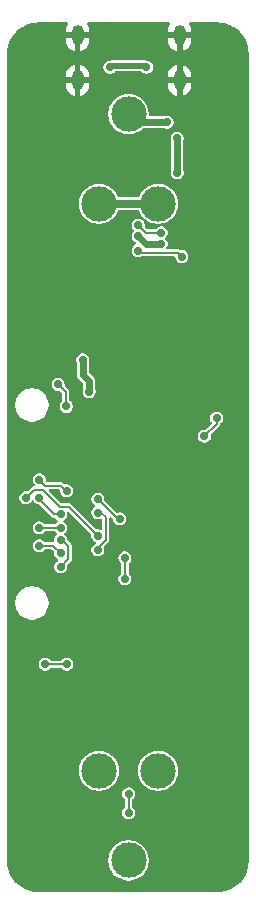
<source format=gbr>
%TF.GenerationSoftware,KiCad,Pcbnew,9.0.3*%
%TF.CreationDate,2025-11-14T23:12:01-05:00*%
%TF.ProjectId,Photon,50686f74-6f6e-42e6-9b69-6361645f7063,1.3*%
%TF.SameCoordinates,Original*%
%TF.FileFunction,Copper,L2,Bot*%
%TF.FilePolarity,Positive*%
%FSLAX46Y46*%
G04 Gerber Fmt 4.6, Leading zero omitted, Abs format (unit mm)*
G04 Created by KiCad (PCBNEW 9.0.3) date 2025-11-14 23:12:01*
%MOMM*%
%LPD*%
G01*
G04 APERTURE LIST*
%TA.AperFunction,ComponentPad*%
%ADD10C,3.000000*%
%TD*%
%TA.AperFunction,HeatsinkPad*%
%ADD11O,1.000000X1.700000*%
%TD*%
%TA.AperFunction,ViaPad*%
%ADD12C,0.700000*%
%TD*%
%TA.AperFunction,Conductor*%
%ADD13C,0.600000*%
%TD*%
%TA.AperFunction,Conductor*%
%ADD14C,0.200000*%
%TD*%
%TA.AperFunction,Conductor*%
%ADD15C,0.500000*%
%TD*%
%TA.AperFunction,Conductor*%
%ADD16C,0.700000*%
%TD*%
G04 APERTURE END LIST*
D10*
%TO.P,BT1,2,-*%
%TO.N,/Bat-*%
X52878800Y-91668000D03*
X50378800Y-84068000D03*
X55378800Y-84068000D03*
%TO.P,BT1,1,+*%
%TO.N,/Bat+*%
X50378800Y-36068000D03*
X55378800Y-36068000D03*
X52878800Y-28468000D03*
%TD*%
D11*
%TO.P,J1,S1,SHIELD*%
%TO.N,GND*%
X57198800Y-25606000D03*
X57198800Y-21806000D03*
X48558800Y-25606000D03*
X48558800Y-21806000D03*
%TD*%
D12*
%TO.N,GND*%
X50292000Y-66675000D03*
X43628000Y-31974500D03*
X55626000Y-24526000D03*
X52705000Y-55880000D03*
X56388000Y-59994800D03*
X60579000Y-33629600D03*
X43434000Y-66548000D03*
X47892500Y-78994000D03*
X43688000Y-23114000D03*
X50128800Y-24526000D03*
X48006000Y-32549400D03*
X43688000Y-24892000D03*
X58369200Y-59842400D03*
X46863000Y-38862000D03*
X45085000Y-38852000D03*
X52878800Y-82296000D03*
X43628000Y-30220500D03*
X52324000Y-77978000D03*
X47062428Y-45820724D03*
X47955200Y-81546200D03*
X56134000Y-80772000D03*
X56763500Y-85902800D03*
%TO.N,/SCK*%
X45328000Y-63500000D03*
X47128000Y-63500000D03*
%TO.N,/LED2_EN*%
X47639116Y-75057000D03*
X47128000Y-66802000D03*
X47128000Y-64516000D03*
X45836000Y-75057000D03*
%TO.N,/LED1_EN*%
X47610000Y-53230792D03*
X50292000Y-62215000D03*
X50292000Y-65374000D03*
X46925103Y-51370103D03*
%TO.N,/MOSI*%
X45328000Y-59436000D03*
X52115428Y-62753196D03*
X47640000Y-60373380D03*
X50292000Y-61087000D03*
%TO.N,+3V3*%
X45328000Y-65024000D03*
X47128000Y-65657603D03*
%TO.N,PACK_SAFE*%
X53710800Y-38825589D03*
X55633920Y-39474680D03*
X49537620Y-51965620D03*
X49022000Y-49273206D03*
%TO.N,/RESET*%
X45328000Y-60960000D03*
X47128000Y-62372000D03*
%TO.N,5V*%
X54398800Y-24526000D03*
X51308000Y-24526000D03*
%TO.N,/BUCK_EN*%
X60330460Y-54223541D03*
X55633920Y-38522187D03*
X53710800Y-37896800D03*
X59305800Y-55750334D03*
%TO.N,/VM*%
X52878800Y-86030000D03*
X52878800Y-87630000D03*
%TO.N,/Bat+*%
X56997600Y-30530800D03*
X56997600Y-33439800D03*
X56153800Y-29159400D03*
%TO.N,/MISO_BTN*%
X44196000Y-60960000D03*
X52578000Y-66040000D03*
X52566464Y-67837827D03*
X50292000Y-64184000D03*
%TO.N,/BAT_DSBL*%
X57404000Y-40538400D03*
X53710800Y-40030400D03*
%TD*%
D13*
%TO.N,/Bat+*%
X56997600Y-30530800D02*
X56997600Y-33439800D01*
D14*
%TO.N,/SCK*%
X47128000Y-63500000D02*
X45328000Y-63500000D01*
%TO.N,/LED2_EN*%
X47128000Y-66802000D02*
X47788702Y-66141298D01*
X47788702Y-66141298D02*
X47788702Y-65060702D01*
X47244000Y-64516000D02*
X47128000Y-64516000D01*
X47639116Y-74930000D02*
X47639116Y-74806000D01*
X47788702Y-65060702D02*
X47244000Y-64516000D01*
X47639116Y-75057000D02*
X45836000Y-75057000D01*
%TO.N,/LED1_EN*%
X50292000Y-62215000D02*
X50531000Y-62215000D01*
X50428762Y-65237238D02*
X50292000Y-65374000D01*
X47565795Y-52010795D02*
X47565795Y-53186587D01*
X50428762Y-65024618D02*
X50428762Y-65237238D01*
X50531000Y-62215000D02*
X50942096Y-62626096D01*
X50942096Y-62626096D02*
X50942096Y-64511284D01*
X47565795Y-53186587D02*
X47610000Y-53230792D01*
X50942096Y-64511284D02*
X50428762Y-65024618D01*
X46925103Y-51370103D02*
X47565795Y-52010795D01*
%TO.N,/MOSI*%
X47147240Y-59944000D02*
X47576620Y-60373380D01*
X51956180Y-62753196D02*
X52115428Y-62753196D01*
X47576620Y-60373380D02*
X47640000Y-60373380D01*
X50292000Y-61087000D02*
X50292000Y-61089016D01*
X50292000Y-61089016D02*
X51956180Y-62753196D01*
X45328000Y-59436000D02*
X45836000Y-59944000D01*
X45836000Y-59944000D02*
X47147240Y-59944000D01*
%TO.N,+3V3*%
X46494397Y-65024000D02*
X45328000Y-65024000D01*
X47128000Y-65657603D02*
X46494397Y-65024000D01*
D13*
%TO.N,PACK_SAFE*%
X49530000Y-51958000D02*
X49537620Y-51965620D01*
X49530000Y-51039000D02*
X49530000Y-51958000D01*
X55633920Y-39474680D02*
X54359891Y-39474680D01*
X49022000Y-50531000D02*
X49530000Y-51039000D01*
X49022000Y-49273206D02*
X49022000Y-50531000D01*
X54359891Y-39474680D02*
X53710800Y-38825589D01*
D14*
%TO.N,/RESET*%
X45328000Y-61097400D02*
X46602600Y-62372000D01*
X45212000Y-61097400D02*
X45328000Y-61097400D01*
X46602600Y-62372000D02*
X47128000Y-62372000D01*
D15*
%TO.N,5V*%
X51450000Y-24384000D02*
X51308000Y-24526000D01*
X54398800Y-24526000D02*
X54256800Y-24384000D01*
X54256800Y-24384000D02*
X51450000Y-24384000D01*
D14*
%TO.N,/BUCK_EN*%
X59305800Y-55750334D02*
X60330460Y-54725674D01*
X60330460Y-54725674D02*
X60330460Y-54223541D01*
X54336187Y-38522187D02*
X55676800Y-38522187D01*
X53710800Y-37896800D02*
X54336187Y-38522187D01*
%TO.N,/VM*%
X52878800Y-86030000D02*
X52878800Y-87630000D01*
D16*
%TO.N,/Bat+*%
X50378800Y-36068000D02*
X55378800Y-36068000D01*
D13*
X56153800Y-29159400D02*
X53570200Y-29159400D01*
X53570200Y-29159400D02*
X52878800Y-28468000D01*
D14*
%TO.N,/MISO_BTN*%
X47043980Y-61722000D02*
X47830000Y-61722000D01*
X45616779Y-60294799D02*
X47043980Y-61722000D01*
X44861201Y-60294799D02*
X45616779Y-60294799D01*
X44196000Y-60960000D02*
X44861201Y-60294799D01*
X52566464Y-67837827D02*
X52578000Y-67826291D01*
X52578000Y-67826291D02*
X52578000Y-66040000D01*
X47830000Y-61722000D02*
X50292000Y-64184000D01*
%TO.N,/BAT_DSBL*%
X57099200Y-40233600D02*
X53914000Y-40233600D01*
X57404000Y-40538400D02*
X57099200Y-40233600D01*
X53914000Y-40233600D02*
X53710800Y-40030400D01*
%TD*%
%TA.AperFunction,Conductor*%
%TO.N,GND*%
G36*
X47720530Y-20739407D02*
G01*
X47756494Y-20788907D01*
X47756494Y-20850093D01*
X47744654Y-20874502D01*
X47672614Y-20982314D01*
X47672608Y-20982326D01*
X47597229Y-21164309D01*
X47597229Y-21164311D01*
X47558800Y-21357506D01*
X47558800Y-21555999D01*
X47558801Y-21556000D01*
X48308800Y-21556000D01*
X48308800Y-22056001D01*
X48308799Y-22056000D01*
X47558801Y-22056000D01*
X47558800Y-22056001D01*
X47558800Y-22254493D01*
X47597229Y-22447688D01*
X47597229Y-22447690D01*
X47672608Y-22629673D01*
X47672614Y-22629685D01*
X47782049Y-22793462D01*
X47782052Y-22793466D01*
X47921333Y-22932747D01*
X47921337Y-22932750D01*
X48085114Y-23042185D01*
X48085126Y-23042191D01*
X48267104Y-23117568D01*
X48267115Y-23117571D01*
X48308800Y-23125862D01*
X48308800Y-22205728D01*
X48346860Y-22297614D01*
X48417186Y-22367940D01*
X48509072Y-22406000D01*
X48608528Y-22406000D01*
X48700414Y-22367940D01*
X48770740Y-22297614D01*
X48808800Y-22205728D01*
X48808800Y-23125861D01*
X48850484Y-23117571D01*
X48850495Y-23117568D01*
X49032473Y-23042191D01*
X49032485Y-23042185D01*
X49196262Y-22932750D01*
X49196266Y-22932747D01*
X49335547Y-22793466D01*
X49335550Y-22793462D01*
X49444985Y-22629685D01*
X49444991Y-22629673D01*
X49520370Y-22447690D01*
X49520370Y-22447688D01*
X49558799Y-22254493D01*
X49558800Y-22254490D01*
X49558800Y-22056001D01*
X49558799Y-22056000D01*
X48808801Y-22056000D01*
X48808800Y-22056001D01*
X48808800Y-21556000D01*
X49558799Y-21556000D01*
X49558800Y-21555999D01*
X49558800Y-21357509D01*
X49558799Y-21357506D01*
X49520370Y-21164311D01*
X49520370Y-21164309D01*
X49444991Y-20982326D01*
X49444985Y-20982314D01*
X49372946Y-20874502D01*
X49356337Y-20815614D01*
X49377514Y-20758210D01*
X49428388Y-20724217D01*
X49455261Y-20720500D01*
X56302339Y-20720500D01*
X56360530Y-20739407D01*
X56396494Y-20788907D01*
X56396494Y-20850093D01*
X56384654Y-20874502D01*
X56312614Y-20982314D01*
X56312608Y-20982326D01*
X56237229Y-21164309D01*
X56237229Y-21164311D01*
X56198800Y-21357506D01*
X56198800Y-21555999D01*
X56198801Y-21556000D01*
X56948800Y-21556000D01*
X56948800Y-22056001D01*
X56948799Y-22056000D01*
X56198801Y-22056000D01*
X56198800Y-22056001D01*
X56198800Y-22254493D01*
X56237229Y-22447688D01*
X56237229Y-22447690D01*
X56312608Y-22629673D01*
X56312614Y-22629685D01*
X56422049Y-22793462D01*
X56422052Y-22793466D01*
X56561333Y-22932747D01*
X56561337Y-22932750D01*
X56725114Y-23042185D01*
X56725126Y-23042191D01*
X56907104Y-23117568D01*
X56907115Y-23117571D01*
X56948800Y-23125862D01*
X56948800Y-22205728D01*
X56986860Y-22297614D01*
X57057186Y-22367940D01*
X57149072Y-22406000D01*
X57248528Y-22406000D01*
X57340414Y-22367940D01*
X57410740Y-22297614D01*
X57448800Y-22205728D01*
X57448800Y-23125861D01*
X57490484Y-23117571D01*
X57490495Y-23117568D01*
X57672473Y-23042191D01*
X57672485Y-23042185D01*
X57836262Y-22932750D01*
X57836266Y-22932747D01*
X57975547Y-22793466D01*
X57975550Y-22793462D01*
X58084985Y-22629685D01*
X58084991Y-22629673D01*
X58160370Y-22447690D01*
X58160370Y-22447688D01*
X58198799Y-22254493D01*
X58198800Y-22254490D01*
X58198800Y-22056001D01*
X58198799Y-22056000D01*
X57448801Y-22056000D01*
X57448800Y-22056001D01*
X57448800Y-21556000D01*
X58198799Y-21556000D01*
X58198800Y-21555999D01*
X58198800Y-21357509D01*
X58198799Y-21357506D01*
X58160370Y-21164311D01*
X58160370Y-21164309D01*
X58084991Y-20982326D01*
X58084985Y-20982314D01*
X58012946Y-20874502D01*
X57996337Y-20815614D01*
X58017514Y-20758210D01*
X58068388Y-20724217D01*
X58095261Y-20720500D01*
X60394417Y-20720500D01*
X60449227Y-20720500D01*
X60454777Y-20720655D01*
X60737503Y-20736533D01*
X60748530Y-20737775D01*
X61024972Y-20784745D01*
X61035766Y-20787208D01*
X61305223Y-20864837D01*
X61315694Y-20868501D01*
X61421151Y-20912183D01*
X61574746Y-20975804D01*
X61584748Y-20980621D01*
X61830148Y-21116249D01*
X61839548Y-21122155D01*
X62068232Y-21284415D01*
X62076904Y-21291331D01*
X62285986Y-21478178D01*
X62293821Y-21486013D01*
X62480666Y-21695092D01*
X62487584Y-21703767D01*
X62649844Y-21932451D01*
X62655750Y-21941851D01*
X62791378Y-22187251D01*
X62796195Y-22197253D01*
X62903496Y-22456301D01*
X62907163Y-22466780D01*
X62984787Y-22736218D01*
X62987257Y-22747042D01*
X63034223Y-23023467D01*
X63035466Y-23034499D01*
X63051344Y-23317222D01*
X63051500Y-23322773D01*
X63051500Y-91739226D01*
X63051344Y-91744777D01*
X63035466Y-92027500D01*
X63034223Y-92038532D01*
X62987257Y-92314957D01*
X62984787Y-92325781D01*
X62907163Y-92595219D01*
X62903496Y-92605698D01*
X62796195Y-92864746D01*
X62791378Y-92874748D01*
X62655750Y-93120148D01*
X62649844Y-93129548D01*
X62487584Y-93358232D01*
X62480662Y-93366912D01*
X62293829Y-93575978D01*
X62285978Y-93583829D01*
X62076912Y-93770662D01*
X62068232Y-93777584D01*
X61839548Y-93939844D01*
X61830148Y-93945750D01*
X61584748Y-94081378D01*
X61574746Y-94086195D01*
X61315698Y-94193496D01*
X61305219Y-94197163D01*
X61035781Y-94274787D01*
X61024957Y-94277257D01*
X60748532Y-94324223D01*
X60737500Y-94325466D01*
X60454796Y-94341343D01*
X60449245Y-94341499D01*
X45214773Y-94341499D01*
X45209222Y-94341343D01*
X44926499Y-94325465D01*
X44915467Y-94324222D01*
X44639042Y-94277256D01*
X44628218Y-94274786D01*
X44358780Y-94197162D01*
X44348301Y-94193495D01*
X44089254Y-94086194D01*
X44079252Y-94081377D01*
X43833849Y-93945748D01*
X43824448Y-93939841D01*
X43595769Y-93777584D01*
X43587098Y-93770669D01*
X43378014Y-93583820D01*
X43370179Y-93575985D01*
X43183328Y-93366899D01*
X43176415Y-93358230D01*
X43014158Y-93129551D01*
X43008251Y-93120150D01*
X42872622Y-92874747D01*
X42867805Y-92864745D01*
X42767804Y-92623322D01*
X42760502Y-92605694D01*
X42756837Y-92595219D01*
X42706855Y-92421727D01*
X42679209Y-92325766D01*
X42676746Y-92314972D01*
X42629776Y-92038528D01*
X42628534Y-92027501D01*
X42612656Y-91744750D01*
X42612500Y-91739199D01*
X42612500Y-91556542D01*
X51178300Y-91556542D01*
X51178300Y-91779457D01*
X51207395Y-92000455D01*
X51207395Y-92000460D01*
X51265090Y-92215782D01*
X51350392Y-92421722D01*
X51350395Y-92421727D01*
X51450562Y-92595219D01*
X51461852Y-92614774D01*
X51597553Y-92791624D01*
X51755176Y-92949247D01*
X51932026Y-93084948D01*
X51932028Y-93084949D01*
X52125072Y-93196404D01*
X52125077Y-93196407D01*
X52292979Y-93265953D01*
X52331019Y-93281710D01*
X52546337Y-93339404D01*
X52767343Y-93368500D01*
X52767344Y-93368500D01*
X52990256Y-93368500D01*
X52990257Y-93368500D01*
X53211263Y-93339404D01*
X53426581Y-93281710D01*
X53556447Y-93227917D01*
X53632522Y-93196407D01*
X53632523Y-93196405D01*
X53632526Y-93196405D01*
X53825574Y-93084948D01*
X54002424Y-92949247D01*
X54160047Y-92791624D01*
X54295748Y-92614774D01*
X54407205Y-92421726D01*
X54492510Y-92215781D01*
X54550204Y-92000463D01*
X54579300Y-91779457D01*
X54579300Y-91556543D01*
X54550204Y-91335537D01*
X54492510Y-91120219D01*
X54476753Y-91082179D01*
X54407207Y-90914277D01*
X54407204Y-90914272D01*
X54295749Y-90721228D01*
X54295748Y-90721226D01*
X54160047Y-90544376D01*
X54002424Y-90386753D01*
X53825574Y-90251052D01*
X53825571Y-90251050D01*
X53632527Y-90139595D01*
X53632522Y-90139592D01*
X53426582Y-90054290D01*
X53331639Y-90028850D01*
X53211263Y-89996596D01*
X53211260Y-89996595D01*
X53211258Y-89996595D01*
X52990257Y-89967500D01*
X52767343Y-89967500D01*
X52767342Y-89967500D01*
X52546344Y-89996595D01*
X52546339Y-89996595D01*
X52331017Y-90054290D01*
X52125077Y-90139592D01*
X52125072Y-90139595D01*
X51932028Y-90251050D01*
X51755179Y-90386750D01*
X51597550Y-90544379D01*
X51461850Y-90721228D01*
X51350395Y-90914272D01*
X51350392Y-90914277D01*
X51265090Y-91120217D01*
X51207395Y-91335539D01*
X51207395Y-91335544D01*
X51178300Y-91556542D01*
X42612500Y-91556542D01*
X42612500Y-85957525D01*
X52328300Y-85957525D01*
X52328300Y-86102474D01*
X52365817Y-86242489D01*
X52438287Y-86368010D01*
X52438289Y-86368012D01*
X52438291Y-86368015D01*
X52540785Y-86470509D01*
X52540787Y-86470510D01*
X52545374Y-86475097D01*
X52544180Y-86476290D01*
X52574220Y-86519989D01*
X52578300Y-86548116D01*
X52578300Y-87111882D01*
X52559393Y-87170073D01*
X52545157Y-87184686D01*
X52545373Y-87184902D01*
X52438291Y-87291984D01*
X52438287Y-87291989D01*
X52365817Y-87417510D01*
X52328300Y-87557525D01*
X52328300Y-87702474D01*
X52365817Y-87842489D01*
X52438287Y-87968010D01*
X52438289Y-87968012D01*
X52438291Y-87968015D01*
X52540785Y-88070509D01*
X52540787Y-88070510D01*
X52540789Y-88070512D01*
X52666311Y-88142982D01*
X52666312Y-88142982D01*
X52666315Y-88142984D01*
X52806325Y-88180500D01*
X52806326Y-88180500D01*
X52951274Y-88180500D01*
X52951275Y-88180500D01*
X53091285Y-88142984D01*
X53091287Y-88142982D01*
X53091289Y-88142982D01*
X53216810Y-88070512D01*
X53216810Y-88070511D01*
X53216815Y-88070509D01*
X53319309Y-87968015D01*
X53391784Y-87842485D01*
X53429300Y-87702475D01*
X53429300Y-87557525D01*
X53391784Y-87417515D01*
X53391782Y-87417512D01*
X53391782Y-87417510D01*
X53319312Y-87291989D01*
X53319308Y-87291984D01*
X53212227Y-87184902D01*
X53213417Y-87183711D01*
X53183374Y-87139990D01*
X53179300Y-87111882D01*
X53179300Y-86548116D01*
X53198207Y-86489925D01*
X53212442Y-86475313D01*
X53212226Y-86475097D01*
X53216812Y-86470510D01*
X53216815Y-86470509D01*
X53319309Y-86368015D01*
X53391784Y-86242485D01*
X53429300Y-86102475D01*
X53429300Y-85957525D01*
X53391784Y-85817515D01*
X53391782Y-85817512D01*
X53391782Y-85817510D01*
X53319312Y-85691989D01*
X53319310Y-85691987D01*
X53319309Y-85691985D01*
X53216815Y-85589491D01*
X53216812Y-85589489D01*
X53216810Y-85589487D01*
X53091288Y-85517017D01*
X53091289Y-85517017D01*
X53061696Y-85509087D01*
X52951275Y-85479500D01*
X52806325Y-85479500D01*
X52744590Y-85496041D01*
X52666310Y-85517017D01*
X52540789Y-85589487D01*
X52438287Y-85691989D01*
X52365817Y-85817510D01*
X52328300Y-85957525D01*
X42612500Y-85957525D01*
X42612500Y-83956542D01*
X48678300Y-83956542D01*
X48678300Y-84179457D01*
X48707395Y-84400455D01*
X48707395Y-84400460D01*
X48765090Y-84615782D01*
X48850392Y-84821722D01*
X48850395Y-84821727D01*
X48961850Y-85014771D01*
X48961852Y-85014774D01*
X49097553Y-85191624D01*
X49255176Y-85349247D01*
X49432026Y-85484948D01*
X49432028Y-85484949D01*
X49625072Y-85596404D01*
X49625077Y-85596407D01*
X49792979Y-85665953D01*
X49831019Y-85681710D01*
X50046337Y-85739404D01*
X50267343Y-85768500D01*
X50267344Y-85768500D01*
X50490256Y-85768500D01*
X50490257Y-85768500D01*
X50711263Y-85739404D01*
X50926581Y-85681710D01*
X51056447Y-85627917D01*
X51132522Y-85596407D01*
X51132523Y-85596405D01*
X51132526Y-85596405D01*
X51325574Y-85484948D01*
X51502424Y-85349247D01*
X51660047Y-85191624D01*
X51795748Y-85014774D01*
X51907205Y-84821726D01*
X51992510Y-84615781D01*
X52050204Y-84400463D01*
X52079300Y-84179457D01*
X52079300Y-83956543D01*
X52079300Y-83956542D01*
X53678300Y-83956542D01*
X53678300Y-84179457D01*
X53707395Y-84400455D01*
X53707395Y-84400460D01*
X53765090Y-84615782D01*
X53850392Y-84821722D01*
X53850395Y-84821727D01*
X53961850Y-85014771D01*
X53961852Y-85014774D01*
X54097553Y-85191624D01*
X54255176Y-85349247D01*
X54432026Y-85484948D01*
X54432028Y-85484949D01*
X54625072Y-85596404D01*
X54625077Y-85596407D01*
X54792979Y-85665953D01*
X54831019Y-85681710D01*
X55046337Y-85739404D01*
X55267343Y-85768500D01*
X55267344Y-85768500D01*
X55490256Y-85768500D01*
X55490257Y-85768500D01*
X55711263Y-85739404D01*
X55926581Y-85681710D01*
X56056447Y-85627917D01*
X56132522Y-85596407D01*
X56132523Y-85596405D01*
X56132526Y-85596405D01*
X56325574Y-85484948D01*
X56502424Y-85349247D01*
X56660047Y-85191624D01*
X56795748Y-85014774D01*
X56907205Y-84821726D01*
X56992510Y-84615781D01*
X57050204Y-84400463D01*
X57079300Y-84179457D01*
X57079300Y-83956543D01*
X57050204Y-83735537D01*
X56992510Y-83520219D01*
X56976753Y-83482179D01*
X56907207Y-83314277D01*
X56907204Y-83314272D01*
X56795749Y-83121228D01*
X56795748Y-83121226D01*
X56660047Y-82944376D01*
X56502424Y-82786753D01*
X56325574Y-82651052D01*
X56325571Y-82651050D01*
X56132527Y-82539595D01*
X56132522Y-82539592D01*
X55926582Y-82454290D01*
X55831639Y-82428850D01*
X55711263Y-82396596D01*
X55711260Y-82396595D01*
X55711258Y-82396595D01*
X55490257Y-82367500D01*
X55267343Y-82367500D01*
X55267342Y-82367500D01*
X55046344Y-82396595D01*
X55046339Y-82396595D01*
X54831017Y-82454290D01*
X54625077Y-82539592D01*
X54625072Y-82539595D01*
X54432028Y-82651050D01*
X54255179Y-82786750D01*
X54097550Y-82944379D01*
X53961850Y-83121228D01*
X53850395Y-83314272D01*
X53850392Y-83314277D01*
X53765090Y-83520217D01*
X53707395Y-83735539D01*
X53707395Y-83735544D01*
X53678300Y-83956542D01*
X52079300Y-83956542D01*
X52050204Y-83735537D01*
X51992510Y-83520219D01*
X51976753Y-83482179D01*
X51907207Y-83314277D01*
X51907204Y-83314272D01*
X51795749Y-83121228D01*
X51795748Y-83121226D01*
X51660047Y-82944376D01*
X51502424Y-82786753D01*
X51325574Y-82651052D01*
X51325571Y-82651050D01*
X51132527Y-82539595D01*
X51132522Y-82539592D01*
X50926582Y-82454290D01*
X50831639Y-82428850D01*
X50711263Y-82396596D01*
X50711260Y-82396595D01*
X50711258Y-82396595D01*
X50490257Y-82367500D01*
X50267343Y-82367500D01*
X50267342Y-82367500D01*
X50046344Y-82396595D01*
X50046339Y-82396595D01*
X49831017Y-82454290D01*
X49625077Y-82539592D01*
X49625072Y-82539595D01*
X49432028Y-82651050D01*
X49255179Y-82786750D01*
X49097550Y-82944379D01*
X48961850Y-83121228D01*
X48850395Y-83314272D01*
X48850392Y-83314277D01*
X48765090Y-83520217D01*
X48707395Y-83735539D01*
X48707395Y-83735544D01*
X48678300Y-83956542D01*
X42612500Y-83956542D01*
X42612500Y-74984525D01*
X45285500Y-74984525D01*
X45285500Y-75129474D01*
X45323017Y-75269489D01*
X45395487Y-75395010D01*
X45395489Y-75395012D01*
X45395491Y-75395015D01*
X45497985Y-75497509D01*
X45497987Y-75497510D01*
X45497989Y-75497512D01*
X45623511Y-75569982D01*
X45623512Y-75569982D01*
X45623515Y-75569984D01*
X45763525Y-75607500D01*
X45763526Y-75607500D01*
X45908474Y-75607500D01*
X45908475Y-75607500D01*
X46048485Y-75569984D01*
X46048487Y-75569982D01*
X46048489Y-75569982D01*
X46174010Y-75497512D01*
X46174010Y-75497511D01*
X46174015Y-75497509D01*
X46276509Y-75395015D01*
X46276510Y-75395012D01*
X46281097Y-75390426D01*
X46282290Y-75391619D01*
X46325989Y-75361580D01*
X46354116Y-75357500D01*
X47121000Y-75357500D01*
X47179191Y-75376407D01*
X47193802Y-75390642D01*
X47194019Y-75390426D01*
X47198605Y-75395012D01*
X47198607Y-75395015D01*
X47301101Y-75497509D01*
X47301103Y-75497510D01*
X47301105Y-75497512D01*
X47426627Y-75569982D01*
X47426628Y-75569982D01*
X47426631Y-75569984D01*
X47566641Y-75607500D01*
X47566642Y-75607500D01*
X47711590Y-75607500D01*
X47711591Y-75607500D01*
X47851601Y-75569984D01*
X47851603Y-75569982D01*
X47851605Y-75569982D01*
X47977126Y-75497512D01*
X47977126Y-75497511D01*
X47977131Y-75497509D01*
X48079625Y-75395015D01*
X48082150Y-75390642D01*
X48152098Y-75269489D01*
X48152098Y-75269487D01*
X48152100Y-75269485D01*
X48189616Y-75129475D01*
X48189616Y-74984525D01*
X48152100Y-74844515D01*
X48152098Y-74844512D01*
X48152098Y-74844510D01*
X48079628Y-74718989D01*
X48079626Y-74718987D01*
X48079625Y-74718985D01*
X47977131Y-74616491D01*
X47977128Y-74616489D01*
X47977126Y-74616487D01*
X47851604Y-74544017D01*
X47851605Y-74544017D01*
X47822012Y-74536087D01*
X47711591Y-74506500D01*
X47711590Y-74506500D01*
X47682410Y-74506500D01*
X47678678Y-74505500D01*
X47599554Y-74505500D01*
X47595822Y-74506500D01*
X47566641Y-74506500D01*
X47504906Y-74523041D01*
X47426626Y-74544017D01*
X47301105Y-74616487D01*
X47301104Y-74616488D01*
X47301101Y-74616490D01*
X47301101Y-74616491D01*
X47198607Y-74718985D01*
X47198605Y-74718987D01*
X47194019Y-74723574D01*
X47192825Y-74722380D01*
X47149127Y-74752420D01*
X47121000Y-74756500D01*
X46354116Y-74756500D01*
X46295925Y-74737593D01*
X46281313Y-74723357D01*
X46281097Y-74723574D01*
X46276510Y-74718987D01*
X46276509Y-74718985D01*
X46174015Y-74616491D01*
X46174012Y-74616489D01*
X46174010Y-74616487D01*
X46048488Y-74544017D01*
X46048489Y-74544017D01*
X46018896Y-74536087D01*
X45908475Y-74506500D01*
X45763525Y-74506500D01*
X45701790Y-74523041D01*
X45623510Y-74544017D01*
X45497989Y-74616487D01*
X45395487Y-74718989D01*
X45323017Y-74844510D01*
X45285500Y-74984525D01*
X42612500Y-74984525D01*
X42612500Y-69756536D01*
X43287500Y-69756536D01*
X43287500Y-69979505D01*
X43322377Y-70199714D01*
X43322379Y-70199719D01*
X43391278Y-70411768D01*
X43492501Y-70610429D01*
X43623554Y-70790809D01*
X43781212Y-70948467D01*
X43961592Y-71079520D01*
X44160253Y-71180743D01*
X44372302Y-71249642D01*
X44372303Y-71249642D01*
X44372306Y-71249643D01*
X44592516Y-71284521D01*
X44592519Y-71284521D01*
X44815484Y-71284521D01*
X45035693Y-71249643D01*
X45035694Y-71249642D01*
X45035698Y-71249642D01*
X45247747Y-71180743D01*
X45446408Y-71079520D01*
X45626788Y-70948467D01*
X45784446Y-70790809D01*
X45915499Y-70610429D01*
X46016722Y-70411768D01*
X46085621Y-70199719D01*
X46085622Y-70199714D01*
X46120500Y-69979505D01*
X46120500Y-69756536D01*
X46085622Y-69536327D01*
X46017022Y-69325198D01*
X46016722Y-69324274D01*
X45915499Y-69125613D01*
X45784446Y-68945233D01*
X45626788Y-68787575D01*
X45446408Y-68656522D01*
X45446407Y-68656521D01*
X45446405Y-68656520D01*
X45247747Y-68555299D01*
X45035693Y-68486398D01*
X44815484Y-68451521D01*
X44815481Y-68451521D01*
X44592519Y-68451521D01*
X44592516Y-68451521D01*
X44372306Y-68486398D01*
X44160252Y-68555299D01*
X43961594Y-68656520D01*
X43871402Y-68722048D01*
X43781212Y-68787575D01*
X43623554Y-68945233D01*
X43558027Y-69035423D01*
X43492499Y-69125615D01*
X43391278Y-69324273D01*
X43322377Y-69536327D01*
X43287500Y-69756536D01*
X42612500Y-69756536D01*
X42612500Y-67765352D01*
X52015964Y-67765352D01*
X52015964Y-67910301D01*
X52053481Y-68050316D01*
X52125951Y-68175837D01*
X52125953Y-68175839D01*
X52125955Y-68175842D01*
X52228449Y-68278336D01*
X52228451Y-68278337D01*
X52228453Y-68278339D01*
X52353975Y-68350809D01*
X52353976Y-68350809D01*
X52353979Y-68350811D01*
X52493989Y-68388327D01*
X52493990Y-68388327D01*
X52638938Y-68388327D01*
X52638939Y-68388327D01*
X52778949Y-68350811D01*
X52778951Y-68350809D01*
X52778953Y-68350809D01*
X52904474Y-68278339D01*
X52904474Y-68278338D01*
X52904479Y-68278336D01*
X53006973Y-68175842D01*
X53079448Y-68050312D01*
X53116964Y-67910302D01*
X53116964Y-67765352D01*
X53079448Y-67625342D01*
X53079446Y-67625339D01*
X53079446Y-67625337D01*
X53006976Y-67499816D01*
X53006974Y-67499814D01*
X53006973Y-67499812D01*
X52907494Y-67400333D01*
X52879719Y-67345819D01*
X52878500Y-67330332D01*
X52878500Y-66558116D01*
X52897407Y-66499925D01*
X52911642Y-66485313D01*
X52911426Y-66485097D01*
X52916012Y-66480510D01*
X52916015Y-66480509D01*
X53018509Y-66378015D01*
X53054581Y-66315537D01*
X53090982Y-66252489D01*
X53090982Y-66252487D01*
X53090984Y-66252485D01*
X53128500Y-66112475D01*
X53128500Y-65967525D01*
X53090984Y-65827515D01*
X53090982Y-65827512D01*
X53090982Y-65827510D01*
X53018512Y-65701989D01*
X53018510Y-65701987D01*
X53018509Y-65701985D01*
X52916015Y-65599491D01*
X52916012Y-65599489D01*
X52916010Y-65599487D01*
X52790488Y-65527017D01*
X52790489Y-65527017D01*
X52703559Y-65503724D01*
X52650475Y-65489500D01*
X52505525Y-65489500D01*
X52452441Y-65503724D01*
X52365510Y-65527017D01*
X52239989Y-65599487D01*
X52137487Y-65701989D01*
X52065017Y-65827510D01*
X52049081Y-65886984D01*
X52027500Y-65967525D01*
X52027500Y-66112475D01*
X52043071Y-66170587D01*
X52065017Y-66252489D01*
X52137487Y-66378010D01*
X52137489Y-66378012D01*
X52137491Y-66378015D01*
X52239985Y-66480509D01*
X52239987Y-66480510D01*
X52244574Y-66485097D01*
X52243380Y-66486290D01*
X52273420Y-66529989D01*
X52277500Y-66558116D01*
X52277500Y-67311840D01*
X52258593Y-67370031D01*
X52233221Y-67392876D01*
X52233598Y-67393367D01*
X52228452Y-67397315D01*
X52125951Y-67499816D01*
X52053481Y-67625337D01*
X52015964Y-67765352D01*
X42612500Y-67765352D01*
X42612500Y-60887525D01*
X43645500Y-60887525D01*
X43645500Y-61032474D01*
X43683017Y-61172489D01*
X43755487Y-61298010D01*
X43755489Y-61298012D01*
X43755491Y-61298015D01*
X43857985Y-61400509D01*
X43857987Y-61400510D01*
X43857989Y-61400512D01*
X43983511Y-61472982D01*
X43983512Y-61472982D01*
X43983515Y-61472984D01*
X44123525Y-61510500D01*
X44123526Y-61510500D01*
X44268474Y-61510500D01*
X44268475Y-61510500D01*
X44408485Y-61472984D01*
X44408487Y-61472982D01*
X44408489Y-61472982D01*
X44534010Y-61400512D01*
X44534010Y-61400511D01*
X44534015Y-61400509D01*
X44636509Y-61298015D01*
X44676264Y-61229156D01*
X44721733Y-61188217D01*
X44782583Y-61181821D01*
X44835571Y-61212414D01*
X44847733Y-61229153D01*
X44887491Y-61298015D01*
X44989985Y-61400509D01*
X44989987Y-61400510D01*
X44989989Y-61400512D01*
X45115511Y-61472982D01*
X45115512Y-61472982D01*
X45115515Y-61472984D01*
X45255525Y-61510500D01*
X45275121Y-61510500D01*
X45333312Y-61529407D01*
X45345125Y-61539496D01*
X46418089Y-62612460D01*
X46418091Y-62612461D01*
X46418092Y-62612462D01*
X46418093Y-62612463D01*
X46486608Y-62652020D01*
X46486606Y-62652020D01*
X46486610Y-62652021D01*
X46486612Y-62652022D01*
X46563038Y-62672500D01*
X46609884Y-62672500D01*
X46668075Y-62691407D01*
X46682686Y-62705642D01*
X46682903Y-62705426D01*
X46687489Y-62710012D01*
X46687491Y-62710015D01*
X46789985Y-62812509D01*
X46789987Y-62812510D01*
X46789989Y-62812512D01*
X46855377Y-62850264D01*
X46896318Y-62895733D01*
X46902714Y-62956583D01*
X46872121Y-63009571D01*
X46855377Y-63021736D01*
X46789989Y-63059487D01*
X46789988Y-63059488D01*
X46789985Y-63059490D01*
X46789985Y-63059491D01*
X46687491Y-63161985D01*
X46687489Y-63161987D01*
X46682903Y-63166574D01*
X46681709Y-63165380D01*
X46638011Y-63195420D01*
X46609884Y-63199500D01*
X45846116Y-63199500D01*
X45787925Y-63180593D01*
X45773313Y-63166357D01*
X45773097Y-63166574D01*
X45768510Y-63161987D01*
X45768509Y-63161985D01*
X45666015Y-63059491D01*
X45666012Y-63059489D01*
X45666010Y-63059487D01*
X45540488Y-62987017D01*
X45540489Y-62987017D01*
X45500370Y-62976267D01*
X45400475Y-62949500D01*
X45255525Y-62949500D01*
X45195137Y-62965681D01*
X45115510Y-62987017D01*
X44989989Y-63059487D01*
X44887487Y-63161989D01*
X44815017Y-63287510D01*
X44815016Y-63287515D01*
X44777500Y-63427525D01*
X44777500Y-63572475D01*
X44793401Y-63631817D01*
X44815017Y-63712489D01*
X44887487Y-63838010D01*
X44887489Y-63838012D01*
X44887491Y-63838015D01*
X44989985Y-63940509D01*
X44989987Y-63940510D01*
X44989989Y-63940512D01*
X45115511Y-64012982D01*
X45115512Y-64012982D01*
X45115515Y-64012984D01*
X45255525Y-64050500D01*
X45255526Y-64050500D01*
X45400474Y-64050500D01*
X45400475Y-64050500D01*
X45540485Y-64012984D01*
X45540487Y-64012982D01*
X45540489Y-64012982D01*
X45666010Y-63940512D01*
X45666010Y-63940511D01*
X45666015Y-63940509D01*
X45768509Y-63838015D01*
X45768510Y-63838012D01*
X45773097Y-63833426D01*
X45774290Y-63834619D01*
X45817989Y-63804580D01*
X45846116Y-63800500D01*
X46609884Y-63800500D01*
X46617681Y-63803033D01*
X46625785Y-63801785D01*
X46640004Y-63810286D01*
X46668075Y-63819407D01*
X46680183Y-63829793D01*
X46686313Y-63835975D01*
X46687491Y-63838015D01*
X46787650Y-63938174D01*
X46787768Y-63938293D01*
X46801433Y-63965396D01*
X46815250Y-63992513D01*
X46815215Y-63992729D01*
X46815315Y-63992927D01*
X46810426Y-64022966D01*
X46805679Y-64052945D01*
X46805511Y-64053176D01*
X46805488Y-64053318D01*
X46805201Y-64053601D01*
X46787475Y-64078000D01*
X46687491Y-64177985D01*
X46687488Y-64177988D01*
X46687487Y-64177989D01*
X46615017Y-64303510D01*
X46615016Y-64303515D01*
X46577500Y-64443525D01*
X46577500Y-64588475D01*
X46580286Y-64598875D01*
X46577087Y-64659976D01*
X46538583Y-64707527D01*
X46484661Y-64723500D01*
X45846116Y-64723500D01*
X45787925Y-64704593D01*
X45773313Y-64690357D01*
X45773097Y-64690574D01*
X45768510Y-64685987D01*
X45768509Y-64685985D01*
X45666015Y-64583491D01*
X45666012Y-64583489D01*
X45666010Y-64583487D01*
X45540488Y-64511017D01*
X45540489Y-64511017D01*
X45441605Y-64484521D01*
X45400475Y-64473500D01*
X45255525Y-64473500D01*
X45214395Y-64484521D01*
X45115510Y-64511017D01*
X44989989Y-64583487D01*
X44887487Y-64685989D01*
X44815017Y-64811510D01*
X44801752Y-64861016D01*
X44777500Y-64951525D01*
X44777500Y-65096475D01*
X44794926Y-65161510D01*
X44815017Y-65236489D01*
X44887487Y-65362010D01*
X44887489Y-65362012D01*
X44887491Y-65362015D01*
X44989985Y-65464509D01*
X44989987Y-65464510D01*
X44989989Y-65464512D01*
X45115511Y-65536982D01*
X45115512Y-65536982D01*
X45115515Y-65536984D01*
X45255525Y-65574500D01*
X45255526Y-65574500D01*
X45400474Y-65574500D01*
X45400475Y-65574500D01*
X45540485Y-65536984D01*
X45540487Y-65536982D01*
X45540489Y-65536982D01*
X45666010Y-65464512D01*
X45666010Y-65464511D01*
X45666015Y-65464509D01*
X45768509Y-65362015D01*
X45768510Y-65362012D01*
X45773097Y-65357426D01*
X45774290Y-65358619D01*
X45817989Y-65328580D01*
X45846116Y-65324500D01*
X46328918Y-65324500D01*
X46387109Y-65343407D01*
X46398922Y-65353496D01*
X46549150Y-65503724D01*
X46576927Y-65558241D01*
X46577196Y-65578640D01*
X46577500Y-65578640D01*
X46577500Y-65585128D01*
X46577500Y-65730078D01*
X46600124Y-65814512D01*
X46615017Y-65870092D01*
X46687487Y-65995613D01*
X46687489Y-65995615D01*
X46687491Y-65995618D01*
X46789985Y-66098112D01*
X46869578Y-66144065D01*
X46910518Y-66189534D01*
X46916914Y-66250384D01*
X46886321Y-66303372D01*
X46869578Y-66315537D01*
X46789987Y-66361489D01*
X46687487Y-66463989D01*
X46615017Y-66589510D01*
X46577500Y-66729525D01*
X46577500Y-66874474D01*
X46615017Y-67014489D01*
X46687487Y-67140010D01*
X46687489Y-67140012D01*
X46687491Y-67140015D01*
X46789985Y-67242509D01*
X46789987Y-67242510D01*
X46789989Y-67242512D01*
X46915511Y-67314982D01*
X46915512Y-67314982D01*
X46915515Y-67314984D01*
X47055525Y-67352500D01*
X47055526Y-67352500D01*
X47200474Y-67352500D01*
X47200475Y-67352500D01*
X47340485Y-67314984D01*
X47340487Y-67314982D01*
X47340489Y-67314982D01*
X47466010Y-67242512D01*
X47466010Y-67242511D01*
X47466015Y-67242509D01*
X47568509Y-67140015D01*
X47640984Y-67014485D01*
X47678500Y-66874475D01*
X47678500Y-66729525D01*
X47678500Y-66723036D01*
X47680185Y-66723036D01*
X47689848Y-66670888D01*
X47706846Y-66648123D01*
X48029162Y-66325809D01*
X48068724Y-66257286D01*
X48089202Y-66180860D01*
X48089202Y-66101736D01*
X48089202Y-65021140D01*
X48068723Y-64944713D01*
X48029162Y-64876191D01*
X48005543Y-64852572D01*
X47973213Y-64820241D01*
X47973213Y-64820242D01*
X47707496Y-64554525D01*
X47679719Y-64500008D01*
X47678500Y-64484521D01*
X47678500Y-64443525D01*
X47640984Y-64303515D01*
X47640982Y-64303512D01*
X47640982Y-64303510D01*
X47568512Y-64177989D01*
X47568510Y-64177987D01*
X47568509Y-64177985D01*
X47468525Y-64078001D01*
X47440750Y-64023487D01*
X47450321Y-63963055D01*
X47468524Y-63937999D01*
X47568509Y-63838015D01*
X47570470Y-63834619D01*
X47640982Y-63712489D01*
X47640982Y-63712487D01*
X47640984Y-63712485D01*
X47678500Y-63572475D01*
X47678500Y-63427525D01*
X47640984Y-63287515D01*
X47640982Y-63287512D01*
X47640982Y-63287510D01*
X47568512Y-63161989D01*
X47568510Y-63161987D01*
X47568509Y-63161985D01*
X47466015Y-63059491D01*
X47400620Y-63021735D01*
X47359681Y-62976267D01*
X47353285Y-62915417D01*
X47383878Y-62862429D01*
X47400616Y-62850266D01*
X47466015Y-62812509D01*
X47568509Y-62710015D01*
X47571034Y-62705642D01*
X47640982Y-62584489D01*
X47640982Y-62584487D01*
X47640984Y-62584485D01*
X47678500Y-62444475D01*
X47678500Y-62299525D01*
X47662835Y-62241063D01*
X47666036Y-62179963D01*
X47704541Y-62132412D01*
X47763641Y-62116576D01*
X47820763Y-62138502D01*
X47828465Y-62145436D01*
X49713150Y-64030121D01*
X49740927Y-64084638D01*
X49741196Y-64105037D01*
X49741500Y-64105037D01*
X49741500Y-64111525D01*
X49741500Y-64256475D01*
X49771087Y-64366896D01*
X49779017Y-64396489D01*
X49851487Y-64522010D01*
X49851489Y-64522012D01*
X49851491Y-64522015D01*
X49953985Y-64624509D01*
X49953987Y-64624510D01*
X49953989Y-64624512D01*
X50073070Y-64693264D01*
X50114011Y-64738733D01*
X50120407Y-64799584D01*
X50089814Y-64852572D01*
X50073070Y-64864736D01*
X49953989Y-64933487D01*
X49851487Y-65035989D01*
X49779017Y-65161510D01*
X49741500Y-65301525D01*
X49741500Y-65446474D01*
X49779017Y-65586489D01*
X49851487Y-65712010D01*
X49851489Y-65712012D01*
X49851491Y-65712015D01*
X49953985Y-65814509D01*
X49953987Y-65814510D01*
X49953989Y-65814512D01*
X50079511Y-65886982D01*
X50079512Y-65886982D01*
X50079515Y-65886984D01*
X50219525Y-65924500D01*
X50219526Y-65924500D01*
X50364474Y-65924500D01*
X50364475Y-65924500D01*
X50504485Y-65886984D01*
X50504487Y-65886982D01*
X50504489Y-65886982D01*
X50630010Y-65814512D01*
X50630010Y-65814511D01*
X50630015Y-65814509D01*
X50732509Y-65712015D01*
X50797475Y-65599491D01*
X50804982Y-65586489D01*
X50804982Y-65586487D01*
X50804984Y-65586485D01*
X50842500Y-65446475D01*
X50842500Y-65301525D01*
X50804984Y-65161515D01*
X50804982Y-65161512D01*
X50804981Y-65161507D01*
X50804479Y-65160294D01*
X50804405Y-65159356D01*
X50803304Y-65155247D01*
X50804065Y-65155042D01*
X50799680Y-65099297D01*
X50825939Y-65052410D01*
X51182556Y-64695795D01*
X51197110Y-64670587D01*
X51222117Y-64627273D01*
X51242596Y-64550846D01*
X51242596Y-62703591D01*
X51249759Y-62681543D01*
X51253386Y-62658646D01*
X51259034Y-62652997D01*
X51261503Y-62645400D01*
X51280259Y-62631772D01*
X51296651Y-62615381D01*
X51304540Y-62614131D01*
X51311003Y-62609436D01*
X51334188Y-62609436D01*
X51357083Y-62605810D01*
X51364200Y-62609436D01*
X51372189Y-62609436D01*
X51411600Y-62633587D01*
X51535932Y-62757919D01*
X51563709Y-62812436D01*
X51564487Y-62822324D01*
X51564927Y-62825668D01*
X51602445Y-62965685D01*
X51674915Y-63091206D01*
X51674917Y-63091208D01*
X51674919Y-63091211D01*
X51777413Y-63193705D01*
X51777415Y-63193706D01*
X51777417Y-63193708D01*
X51902939Y-63266178D01*
X51902940Y-63266178D01*
X51902943Y-63266180D01*
X52042953Y-63303696D01*
X52042954Y-63303696D01*
X52187902Y-63303696D01*
X52187903Y-63303696D01*
X52327913Y-63266180D01*
X52327915Y-63266178D01*
X52327917Y-63266178D01*
X52453438Y-63193708D01*
X52453438Y-63193707D01*
X52453443Y-63193705D01*
X52555937Y-63091211D01*
X52574251Y-63059490D01*
X52628410Y-62965685D01*
X52628410Y-62965683D01*
X52628412Y-62965681D01*
X52665928Y-62825671D01*
X52665928Y-62680721D01*
X52628412Y-62540711D01*
X52628410Y-62540708D01*
X52628410Y-62540706D01*
X52555940Y-62415185D01*
X52555938Y-62415183D01*
X52555937Y-62415181D01*
X52453443Y-62312687D01*
X52453440Y-62312685D01*
X52453438Y-62312683D01*
X52327916Y-62240213D01*
X52327917Y-62240213D01*
X52298324Y-62232283D01*
X52187903Y-62202696D01*
X52042953Y-62202696D01*
X52002831Y-62213446D01*
X51930726Y-62232767D01*
X51869624Y-62229564D01*
X51835099Y-62207144D01*
X50870614Y-61242659D01*
X50842837Y-61188142D01*
X50842548Y-61165964D01*
X50842500Y-61165964D01*
X50842500Y-61162252D01*
X50842467Y-61159717D01*
X50842497Y-61159483D01*
X50842500Y-61159475D01*
X50842500Y-61014525D01*
X50804984Y-60874515D01*
X50804982Y-60874512D01*
X50804982Y-60874510D01*
X50732512Y-60748989D01*
X50732510Y-60748987D01*
X50732509Y-60748985D01*
X50630015Y-60646491D01*
X50630012Y-60646489D01*
X50630010Y-60646487D01*
X50504488Y-60574017D01*
X50504489Y-60574017D01*
X50474896Y-60566087D01*
X50364475Y-60536500D01*
X50219525Y-60536500D01*
X50157790Y-60553041D01*
X50079510Y-60574017D01*
X49953989Y-60646487D01*
X49851487Y-60748989D01*
X49779017Y-60874510D01*
X49741500Y-61014525D01*
X49741500Y-61159475D01*
X49753138Y-61202907D01*
X49779017Y-61299489D01*
X49851487Y-61425010D01*
X49851489Y-61425012D01*
X49851491Y-61425015D01*
X49953985Y-61527509D01*
X49953987Y-61527510D01*
X49953989Y-61527512D01*
X50019377Y-61565264D01*
X50060318Y-61610733D01*
X50066714Y-61671583D01*
X50036121Y-61724571D01*
X50019377Y-61736736D01*
X49953989Y-61774487D01*
X49851487Y-61876989D01*
X49779017Y-62002510D01*
X49741500Y-62142525D01*
X49741500Y-62287474D01*
X49779017Y-62427489D01*
X49851487Y-62553010D01*
X49851489Y-62553012D01*
X49851491Y-62553015D01*
X49953985Y-62655509D01*
X49953987Y-62655510D01*
X49953989Y-62655512D01*
X50079511Y-62727982D01*
X50079512Y-62727982D01*
X50079515Y-62727984D01*
X50219525Y-62765500D01*
X50219526Y-62765500D01*
X50364474Y-62765500D01*
X50364475Y-62765500D01*
X50504485Y-62727984D01*
X50504495Y-62727977D01*
X50504703Y-62727893D01*
X50504872Y-62727879D01*
X50510753Y-62726304D01*
X50511044Y-62727393D01*
X50565699Y-62723088D01*
X50617871Y-62755053D01*
X50641290Y-62811579D01*
X50641596Y-62819354D01*
X50641596Y-63579645D01*
X50622689Y-63637836D01*
X50573189Y-63673800D01*
X50512003Y-63673800D01*
X50504715Y-63671111D01*
X50504489Y-63671017D01*
X50474896Y-63663087D01*
X50364475Y-63633500D01*
X50219525Y-63633500D01*
X50213037Y-63633500D01*
X50213037Y-63631817D01*
X50160874Y-63622142D01*
X50138121Y-63605150D01*
X49085981Y-62553010D01*
X48014511Y-61481540D01*
X47999692Y-61472984D01*
X47945992Y-61441980D01*
X47945988Y-61441978D01*
X47869564Y-61421500D01*
X47869562Y-61421500D01*
X47209459Y-61421500D01*
X47151268Y-61402593D01*
X47139455Y-61392504D01*
X46160455Y-60413504D01*
X46132678Y-60358987D01*
X46142249Y-60298555D01*
X46185514Y-60255290D01*
X46230459Y-60244500D01*
X46981761Y-60244500D01*
X46989358Y-60246968D01*
X46997248Y-60245719D01*
X47017903Y-60256243D01*
X47039952Y-60263407D01*
X47051765Y-60273496D01*
X47060504Y-60282235D01*
X47088281Y-60336752D01*
X47089500Y-60352239D01*
X47089500Y-60445855D01*
X47109230Y-60519487D01*
X47127017Y-60585869D01*
X47199487Y-60711390D01*
X47199489Y-60711392D01*
X47199491Y-60711395D01*
X47301985Y-60813889D01*
X47301987Y-60813890D01*
X47301989Y-60813892D01*
X47427511Y-60886362D01*
X47427512Y-60886362D01*
X47427515Y-60886364D01*
X47567525Y-60923880D01*
X47567526Y-60923880D01*
X47712474Y-60923880D01*
X47712475Y-60923880D01*
X47852485Y-60886364D01*
X47852487Y-60886362D01*
X47852489Y-60886362D01*
X47978010Y-60813892D01*
X47978010Y-60813891D01*
X47978015Y-60813889D01*
X48080509Y-60711395D01*
X48080512Y-60711390D01*
X48152982Y-60585869D01*
X48152982Y-60585867D01*
X48152984Y-60585865D01*
X48190500Y-60445855D01*
X48190500Y-60300905D01*
X48152984Y-60160895D01*
X48152982Y-60160892D01*
X48152982Y-60160890D01*
X48080512Y-60035369D01*
X48080510Y-60035367D01*
X48080509Y-60035365D01*
X47978015Y-59932871D01*
X47978012Y-59932869D01*
X47978010Y-59932867D01*
X47852488Y-59860397D01*
X47852489Y-59860397D01*
X47737132Y-59829487D01*
X47712475Y-59822880D01*
X47567525Y-59822880D01*
X47550741Y-59827376D01*
X47530903Y-59832692D01*
X47469801Y-59829487D01*
X47435280Y-59807068D01*
X47331750Y-59703539D01*
X47263232Y-59663980D01*
X47263228Y-59663978D01*
X47186804Y-59643500D01*
X47186802Y-59643500D01*
X46001479Y-59643500D01*
X45993881Y-59641031D01*
X45985992Y-59642281D01*
X45965336Y-59631756D01*
X45943288Y-59624593D01*
X45931475Y-59614504D01*
X45906849Y-59589878D01*
X45879072Y-59535361D01*
X45878806Y-59514964D01*
X45878500Y-59514964D01*
X45878500Y-59363525D01*
X45840984Y-59223515D01*
X45840982Y-59223512D01*
X45840982Y-59223510D01*
X45768512Y-59097989D01*
X45768510Y-59097987D01*
X45768509Y-59097985D01*
X45666015Y-58995491D01*
X45666012Y-58995489D01*
X45666010Y-58995487D01*
X45540488Y-58923017D01*
X45540489Y-58923017D01*
X45510896Y-58915087D01*
X45400475Y-58885500D01*
X45255525Y-58885500D01*
X45193790Y-58902041D01*
X45115510Y-58923017D01*
X44989989Y-58995487D01*
X44887487Y-59097989D01*
X44815017Y-59223510D01*
X44777500Y-59363525D01*
X44777500Y-59508474D01*
X44815017Y-59648489D01*
X44887487Y-59774010D01*
X44887489Y-59774012D01*
X44887491Y-59774015D01*
X44938773Y-59825297D01*
X44966549Y-59879812D01*
X44956978Y-59940244D01*
X44913713Y-59983509D01*
X44868768Y-59994299D01*
X44821636Y-59994299D01*
X44745215Y-60014776D01*
X44745211Y-60014778D01*
X44679186Y-60052896D01*
X44679187Y-60052897D01*
X44676687Y-60054340D01*
X44349877Y-60381150D01*
X44295361Y-60408927D01*
X44274964Y-60409194D01*
X44274964Y-60409500D01*
X44268475Y-60409500D01*
X44123525Y-60409500D01*
X44061790Y-60426041D01*
X43983510Y-60447017D01*
X43857989Y-60519487D01*
X43755487Y-60621989D01*
X43683017Y-60747510D01*
X43645500Y-60887525D01*
X42612500Y-60887525D01*
X42612500Y-55677859D01*
X58755300Y-55677859D01*
X58755300Y-55822808D01*
X58792817Y-55962823D01*
X58865287Y-56088344D01*
X58865289Y-56088346D01*
X58865291Y-56088349D01*
X58967785Y-56190843D01*
X58967787Y-56190844D01*
X58967789Y-56190846D01*
X59093311Y-56263316D01*
X59093312Y-56263316D01*
X59093315Y-56263318D01*
X59233325Y-56300834D01*
X59233326Y-56300834D01*
X59378274Y-56300834D01*
X59378275Y-56300834D01*
X59518285Y-56263318D01*
X59518287Y-56263316D01*
X59518289Y-56263316D01*
X59643810Y-56190846D01*
X59643810Y-56190845D01*
X59643815Y-56190843D01*
X59746309Y-56088349D01*
X59818784Y-55962819D01*
X59856300Y-55822809D01*
X59856300Y-55677859D01*
X59856300Y-55671370D01*
X59857986Y-55671370D01*
X59867647Y-55619225D01*
X59884645Y-55596458D01*
X60570920Y-54910185D01*
X60610481Y-54841663D01*
X60630960Y-54765236D01*
X60630960Y-54741657D01*
X60649867Y-54683466D01*
X60664102Y-54668854D01*
X60663886Y-54668638D01*
X60668472Y-54664051D01*
X60668475Y-54664050D01*
X60770969Y-54561556D01*
X60843444Y-54436026D01*
X60880960Y-54296016D01*
X60880960Y-54151066D01*
X60843444Y-54011056D01*
X60843442Y-54011053D01*
X60843442Y-54011051D01*
X60770972Y-53885530D01*
X60770970Y-53885528D01*
X60770969Y-53885526D01*
X60668475Y-53783032D01*
X60668472Y-53783030D01*
X60668470Y-53783028D01*
X60542948Y-53710558D01*
X60542949Y-53710558D01*
X60477489Y-53693018D01*
X60402935Y-53673041D01*
X60257985Y-53673041D01*
X60196250Y-53689582D01*
X60117970Y-53710558D01*
X59992449Y-53783028D01*
X59889947Y-53885530D01*
X59817477Y-54011051D01*
X59779960Y-54151066D01*
X59779960Y-54296016D01*
X59809547Y-54406437D01*
X59817477Y-54436030D01*
X59889947Y-54561551D01*
X59889949Y-54561553D01*
X59889951Y-54561556D01*
X59909776Y-54581381D01*
X59937552Y-54635896D01*
X59927981Y-54696328D01*
X59909774Y-54721387D01*
X59459676Y-55171484D01*
X59405160Y-55199261D01*
X59384764Y-55199528D01*
X59384764Y-55199834D01*
X59378275Y-55199834D01*
X59233325Y-55199834D01*
X59171590Y-55216375D01*
X59093310Y-55237351D01*
X58967789Y-55309821D01*
X58865287Y-55412323D01*
X58792817Y-55537844D01*
X58755300Y-55677859D01*
X42612500Y-55677859D01*
X42612500Y-52992536D01*
X43287500Y-52992536D01*
X43287500Y-53215505D01*
X43322377Y-53435714D01*
X43391278Y-53647768D01*
X43460198Y-53783032D01*
X43492501Y-53846429D01*
X43623554Y-54026809D01*
X43781212Y-54184467D01*
X43961592Y-54315520D01*
X44160253Y-54416743D01*
X44372302Y-54485642D01*
X44372303Y-54485642D01*
X44372306Y-54485643D01*
X44592516Y-54520521D01*
X44592519Y-54520521D01*
X44815484Y-54520521D01*
X45035693Y-54485643D01*
X45035694Y-54485642D01*
X45035698Y-54485642D01*
X45247747Y-54416743D01*
X45446408Y-54315520D01*
X45626788Y-54184467D01*
X45784446Y-54026809D01*
X45915499Y-53846429D01*
X46016722Y-53647768D01*
X46085621Y-53435719D01*
X46085622Y-53435714D01*
X46120500Y-53215505D01*
X46120500Y-52992536D01*
X46085622Y-52772327D01*
X46017022Y-52561198D01*
X46016722Y-52560274D01*
X45915499Y-52361613D01*
X45784446Y-52181233D01*
X45626788Y-52023575D01*
X45446408Y-51892522D01*
X45446407Y-51892521D01*
X45446405Y-51892520D01*
X45247747Y-51791299D01*
X45035693Y-51722398D01*
X44815484Y-51687521D01*
X44815481Y-51687521D01*
X44592519Y-51687521D01*
X44592516Y-51687521D01*
X44372306Y-51722398D01*
X44160252Y-51791299D01*
X43961594Y-51892520D01*
X43907326Y-51931948D01*
X43781212Y-52023575D01*
X43623554Y-52181233D01*
X43558027Y-52271423D01*
X43492499Y-52361615D01*
X43391278Y-52560273D01*
X43322377Y-52772327D01*
X43287500Y-52992536D01*
X42612500Y-52992536D01*
X42612500Y-51297628D01*
X46374603Y-51297628D01*
X46374603Y-51442577D01*
X46412120Y-51582592D01*
X46484590Y-51708113D01*
X46484592Y-51708115D01*
X46484594Y-51708118D01*
X46587088Y-51810612D01*
X46587090Y-51810613D01*
X46587092Y-51810615D01*
X46712614Y-51883085D01*
X46712615Y-51883085D01*
X46712618Y-51883087D01*
X46852628Y-51920603D01*
X46852629Y-51920603D01*
X47004067Y-51920603D01*
X47004067Y-51922290D01*
X47056206Y-51931948D01*
X47078981Y-51948952D01*
X47236299Y-52106270D01*
X47264076Y-52160787D01*
X47265295Y-52176274D01*
X47265295Y-52755965D01*
X47246388Y-52814156D01*
X47236299Y-52825968D01*
X47169491Y-52892776D01*
X47169487Y-52892781D01*
X47097017Y-53018302D01*
X47059500Y-53158317D01*
X47059500Y-53303266D01*
X47097017Y-53443281D01*
X47169487Y-53568802D01*
X47169489Y-53568804D01*
X47169491Y-53568807D01*
X47271985Y-53671301D01*
X47271987Y-53671302D01*
X47271989Y-53671304D01*
X47397511Y-53743774D01*
X47397512Y-53743774D01*
X47397515Y-53743776D01*
X47537525Y-53781292D01*
X47537526Y-53781292D01*
X47682474Y-53781292D01*
X47682475Y-53781292D01*
X47822485Y-53743776D01*
X47822487Y-53743774D01*
X47822489Y-53743774D01*
X47948010Y-53671304D01*
X47948010Y-53671303D01*
X47948015Y-53671301D01*
X48050509Y-53568807D01*
X48122984Y-53443277D01*
X48160500Y-53303267D01*
X48160500Y-53158317D01*
X48122984Y-53018307D01*
X48122982Y-53018304D01*
X48122982Y-53018302D01*
X48050512Y-52892781D01*
X48050510Y-52892779D01*
X48050509Y-52892777D01*
X47948015Y-52790283D01*
X47948012Y-52790281D01*
X47948010Y-52790279D01*
X47915793Y-52771678D01*
X47874853Y-52726208D01*
X47866295Y-52685943D01*
X47866295Y-51971232D01*
X47866294Y-51971230D01*
X47845816Y-51894806D01*
X47845814Y-51894802D01*
X47806255Y-51826284D01*
X47750306Y-51770334D01*
X47750306Y-51770335D01*
X47503952Y-51523981D01*
X47476175Y-51469464D01*
X47475909Y-51449067D01*
X47475603Y-51449067D01*
X47475603Y-51297628D01*
X47454083Y-51217317D01*
X47438087Y-51157618D01*
X47438085Y-51157615D01*
X47438085Y-51157613D01*
X47365615Y-51032092D01*
X47365613Y-51032090D01*
X47365612Y-51032088D01*
X47263118Y-50929594D01*
X47263115Y-50929592D01*
X47263113Y-50929590D01*
X47137591Y-50857120D01*
X47137592Y-50857120D01*
X47095379Y-50845809D01*
X46997578Y-50819603D01*
X46852628Y-50819603D01*
X46790893Y-50836144D01*
X46712613Y-50857120D01*
X46587092Y-50929590D01*
X46484590Y-51032092D01*
X46412120Y-51157613D01*
X46374603Y-51297628D01*
X42612500Y-51297628D01*
X42612500Y-49200731D01*
X48471500Y-49200731D01*
X48471500Y-49345681D01*
X48509016Y-49485691D01*
X48509018Y-49485696D01*
X48511500Y-49491686D01*
X48510333Y-49492169D01*
X48521500Y-49533840D01*
X48521500Y-50465108D01*
X48521500Y-50596892D01*
X48532649Y-50638500D01*
X48555609Y-50724190D01*
X48621496Y-50838309D01*
X48621498Y-50838311D01*
X48621500Y-50838314D01*
X49000505Y-51217319D01*
X49028281Y-51271834D01*
X49029500Y-51287321D01*
X49029500Y-51721949D01*
X49026127Y-51747572D01*
X49024636Y-51753133D01*
X49024636Y-51753135D01*
X49014410Y-51791299D01*
X48987120Y-51893145D01*
X48987120Y-52038094D01*
X49024637Y-52178109D01*
X49097107Y-52303630D01*
X49097109Y-52303632D01*
X49097111Y-52303635D01*
X49199605Y-52406129D01*
X49199607Y-52406130D01*
X49199609Y-52406132D01*
X49325131Y-52478602D01*
X49325132Y-52478602D01*
X49325135Y-52478604D01*
X49465145Y-52516120D01*
X49465146Y-52516120D01*
X49610094Y-52516120D01*
X49610095Y-52516120D01*
X49750105Y-52478604D01*
X49750107Y-52478602D01*
X49750109Y-52478602D01*
X49875630Y-52406132D01*
X49875630Y-52406131D01*
X49875635Y-52406129D01*
X49978129Y-52303635D01*
X50048798Y-52181233D01*
X50050602Y-52178109D01*
X50050602Y-52178107D01*
X50050604Y-52178105D01*
X50088120Y-52038095D01*
X50088120Y-51893145D01*
X50050604Y-51753135D01*
X50045740Y-51744710D01*
X50043762Y-51741283D01*
X50030500Y-51691786D01*
X50030500Y-50973109D01*
X50030500Y-50973108D01*
X49996392Y-50845814D01*
X49996390Y-50845811D01*
X49996390Y-50845809D01*
X49930503Y-50731690D01*
X49930499Y-50731685D01*
X49837314Y-50638499D01*
X49837314Y-50638500D01*
X49551496Y-50352682D01*
X49523719Y-50298165D01*
X49522500Y-50282678D01*
X49522500Y-49533840D01*
X49533666Y-49492169D01*
X49532500Y-49491686D01*
X49534977Y-49485702D01*
X49534984Y-49485691D01*
X49572500Y-49345681D01*
X49572500Y-49200731D01*
X49534984Y-49060721D01*
X49534982Y-49060718D01*
X49534982Y-49060716D01*
X49462512Y-48935195D01*
X49462510Y-48935193D01*
X49462509Y-48935191D01*
X49360015Y-48832697D01*
X49360012Y-48832695D01*
X49360010Y-48832693D01*
X49234488Y-48760223D01*
X49234489Y-48760223D01*
X49204896Y-48752293D01*
X49094475Y-48722706D01*
X48949525Y-48722706D01*
X48887790Y-48739247D01*
X48809510Y-48760223D01*
X48683989Y-48832693D01*
X48581487Y-48935195D01*
X48509017Y-49060716D01*
X48509016Y-49060721D01*
X48471500Y-49200731D01*
X42612500Y-49200731D01*
X42612500Y-37824325D01*
X53160300Y-37824325D01*
X53160300Y-37969275D01*
X53162039Y-37975764D01*
X53197817Y-38109289D01*
X53270287Y-38234810D01*
X53270289Y-38234812D01*
X53270291Y-38234815D01*
X53326668Y-38291192D01*
X53354444Y-38345707D01*
X53344873Y-38406139D01*
X53326667Y-38431197D01*
X53270291Y-38487573D01*
X53270287Y-38487578D01*
X53197817Y-38613099D01*
X53160300Y-38753114D01*
X53160300Y-38898064D01*
X53187194Y-38998433D01*
X53197817Y-39038078D01*
X53270287Y-39163599D01*
X53270289Y-39163601D01*
X53270291Y-39163604D01*
X53372785Y-39266098D01*
X53372787Y-39266099D01*
X53372789Y-39266101D01*
X53503934Y-39341818D01*
X53502491Y-39344316D01*
X53539896Y-39376246D01*
X53554194Y-39435737D01*
X53530793Y-39492271D01*
X53502970Y-39512501D01*
X53503934Y-39514171D01*
X53372789Y-39589887D01*
X53270287Y-39692389D01*
X53197817Y-39817910D01*
X53160300Y-39957925D01*
X53160300Y-40102874D01*
X53197817Y-40242889D01*
X53270287Y-40368410D01*
X53270289Y-40368412D01*
X53270291Y-40368415D01*
X53372785Y-40470909D01*
X53372787Y-40470910D01*
X53372789Y-40470912D01*
X53498311Y-40543382D01*
X53498312Y-40543382D01*
X53498315Y-40543384D01*
X53638325Y-40580900D01*
X53638326Y-40580900D01*
X53783274Y-40580900D01*
X53783275Y-40580900D01*
X53923285Y-40543384D01*
X53923288Y-40543381D01*
X53927507Y-40541635D01*
X53965391Y-40534100D01*
X56756963Y-40534100D01*
X56815154Y-40553007D01*
X56851118Y-40602507D01*
X56852590Y-40607477D01*
X56891017Y-40750889D01*
X56963487Y-40876410D01*
X56963489Y-40876412D01*
X56963491Y-40876415D01*
X57065985Y-40978909D01*
X57065987Y-40978910D01*
X57065989Y-40978912D01*
X57191511Y-41051382D01*
X57191512Y-41051382D01*
X57191515Y-41051384D01*
X57331525Y-41088900D01*
X57331526Y-41088900D01*
X57476474Y-41088900D01*
X57476475Y-41088900D01*
X57616485Y-41051384D01*
X57616487Y-41051382D01*
X57616489Y-41051382D01*
X57742010Y-40978912D01*
X57742010Y-40978911D01*
X57742015Y-40978909D01*
X57844509Y-40876415D01*
X57916984Y-40750885D01*
X57954500Y-40610875D01*
X57954500Y-40465925D01*
X57916984Y-40325915D01*
X57916982Y-40325912D01*
X57916982Y-40325910D01*
X57844512Y-40200389D01*
X57844510Y-40200387D01*
X57844509Y-40200385D01*
X57742015Y-40097891D01*
X57742012Y-40097889D01*
X57742010Y-40097887D01*
X57616488Y-40025417D01*
X57616489Y-40025417D01*
X57586896Y-40017487D01*
X57476475Y-39987900D01*
X57331525Y-39987900D01*
X57331523Y-39987900D01*
X57325094Y-39988747D01*
X57324905Y-39987315D01*
X57324299Y-39987283D01*
X57317014Y-39990528D01*
X57302103Y-39987359D01*
X57302103Y-39988443D01*
X57302102Y-39988443D01*
X57291297Y-39985547D01*
X57271161Y-39984489D01*
X57257165Y-39977813D01*
X57252612Y-39975185D01*
X57252611Y-39975184D01*
X57252604Y-39975180D01*
X57252604Y-39975179D01*
X57252601Y-39975179D01*
X57215188Y-39953578D01*
X57138764Y-39933100D01*
X57138762Y-39933100D01*
X56176386Y-39933100D01*
X56118195Y-39914193D01*
X56082231Y-39864693D01*
X56082231Y-39803507D01*
X56090650Y-39784600D01*
X56146902Y-39687169D01*
X56146902Y-39687167D01*
X56146904Y-39687165D01*
X56184420Y-39547155D01*
X56184420Y-39402205D01*
X56146904Y-39262195D01*
X56146902Y-39262192D01*
X56146902Y-39262190D01*
X56074432Y-39136669D01*
X56074430Y-39136667D01*
X56074429Y-39136665D01*
X56006198Y-39068434D01*
X55978423Y-39013920D01*
X55987994Y-38953488D01*
X56006198Y-38928432D01*
X56074429Y-38860202D01*
X56074432Y-38860197D01*
X56146902Y-38734676D01*
X56146902Y-38734674D01*
X56146904Y-38734672D01*
X56184420Y-38594662D01*
X56184420Y-38449712D01*
X56146904Y-38309702D01*
X56146902Y-38309699D01*
X56146902Y-38309697D01*
X56074432Y-38184176D01*
X56074430Y-38184174D01*
X56074429Y-38184172D01*
X55971935Y-38081678D01*
X55971932Y-38081676D01*
X55971930Y-38081674D01*
X55846408Y-38009204D01*
X55846409Y-38009204D01*
X55721610Y-37975764D01*
X55706395Y-37971687D01*
X55561445Y-37971687D01*
X55546230Y-37975764D01*
X55421430Y-38009204D01*
X55295909Y-38081674D01*
X55295908Y-38081675D01*
X55295905Y-38081677D01*
X55295905Y-38081678D01*
X55193411Y-38184172D01*
X55193409Y-38184174D01*
X55188823Y-38188761D01*
X55187629Y-38187567D01*
X55143931Y-38217607D01*
X55115804Y-38221687D01*
X54501666Y-38221687D01*
X54443475Y-38202780D01*
X54431662Y-38192691D01*
X54289649Y-38050678D01*
X54261872Y-37996161D01*
X54261606Y-37975764D01*
X54261300Y-37975764D01*
X54261300Y-37824325D01*
X54223784Y-37684315D01*
X54223782Y-37684312D01*
X54223782Y-37684310D01*
X54151312Y-37558789D01*
X54151310Y-37558787D01*
X54151309Y-37558785D01*
X54048815Y-37456291D01*
X54048812Y-37456289D01*
X54048810Y-37456287D01*
X53923288Y-37383817D01*
X53923289Y-37383817D01*
X53893696Y-37375887D01*
X53783275Y-37346300D01*
X53638325Y-37346300D01*
X53576590Y-37362841D01*
X53498310Y-37383817D01*
X53372789Y-37456287D01*
X53270287Y-37558789D01*
X53197817Y-37684310D01*
X53197816Y-37684315D01*
X53160300Y-37824325D01*
X42612500Y-37824325D01*
X42612500Y-35956542D01*
X48678300Y-35956542D01*
X48678300Y-36179457D01*
X48707395Y-36400455D01*
X48707395Y-36400460D01*
X48765090Y-36615782D01*
X48850392Y-36821722D01*
X48850395Y-36821727D01*
X48961850Y-37014771D01*
X48961852Y-37014774D01*
X49097553Y-37191624D01*
X49255176Y-37349247D01*
X49432026Y-37484948D01*
X49432028Y-37484949D01*
X49625072Y-37596404D01*
X49625077Y-37596407D01*
X49792979Y-37665953D01*
X49831019Y-37681710D01*
X50046337Y-37739404D01*
X50267343Y-37768500D01*
X50267344Y-37768500D01*
X50490256Y-37768500D01*
X50490257Y-37768500D01*
X50711263Y-37739404D01*
X50926581Y-37681710D01*
X51056447Y-37627917D01*
X51132522Y-37596407D01*
X51132523Y-37596405D01*
X51132526Y-37596405D01*
X51325574Y-37484948D01*
X51502424Y-37349247D01*
X51660047Y-37191624D01*
X51795748Y-37014774D01*
X51907205Y-36821726D01*
X51966070Y-36679614D01*
X52005807Y-36633089D01*
X52057534Y-36618500D01*
X53700066Y-36618500D01*
X53758257Y-36637407D01*
X53791530Y-36679614D01*
X53850395Y-36821727D01*
X53961850Y-37014771D01*
X53961852Y-37014774D01*
X54097553Y-37191624D01*
X54255176Y-37349247D01*
X54432026Y-37484948D01*
X54432028Y-37484949D01*
X54625072Y-37596404D01*
X54625077Y-37596407D01*
X54792979Y-37665953D01*
X54831019Y-37681710D01*
X55046337Y-37739404D01*
X55267343Y-37768500D01*
X55267344Y-37768500D01*
X55490256Y-37768500D01*
X55490257Y-37768500D01*
X55711263Y-37739404D01*
X55926581Y-37681710D01*
X56056447Y-37627917D01*
X56132522Y-37596407D01*
X56132523Y-37596405D01*
X56132526Y-37596405D01*
X56325574Y-37484948D01*
X56502424Y-37349247D01*
X56660047Y-37191624D01*
X56795748Y-37014774D01*
X56907205Y-36821726D01*
X56992510Y-36615781D01*
X57050204Y-36400463D01*
X57079300Y-36179457D01*
X57079300Y-35956543D01*
X57050204Y-35735537D01*
X56992510Y-35520219D01*
X56966070Y-35456386D01*
X56907207Y-35314277D01*
X56907204Y-35314272D01*
X56795749Y-35121228D01*
X56795748Y-35121226D01*
X56660047Y-34944376D01*
X56502424Y-34786753D01*
X56325574Y-34651052D01*
X56325571Y-34651050D01*
X56132527Y-34539595D01*
X56132522Y-34539592D01*
X55926582Y-34454290D01*
X55831639Y-34428850D01*
X55711263Y-34396596D01*
X55711260Y-34396595D01*
X55711258Y-34396595D01*
X55490257Y-34367500D01*
X55267343Y-34367500D01*
X55267342Y-34367500D01*
X55046344Y-34396595D01*
X55046339Y-34396595D01*
X54831017Y-34454290D01*
X54625077Y-34539592D01*
X54625072Y-34539595D01*
X54432028Y-34651050D01*
X54255179Y-34786750D01*
X54097550Y-34944379D01*
X53961850Y-35121228D01*
X53850395Y-35314272D01*
X53791530Y-35456386D01*
X53751793Y-35502911D01*
X53700066Y-35517500D01*
X52057534Y-35517500D01*
X51999343Y-35498593D01*
X51966070Y-35456386D01*
X51907204Y-35314272D01*
X51795749Y-35121228D01*
X51795748Y-35121226D01*
X51660047Y-34944376D01*
X51502424Y-34786753D01*
X51325574Y-34651052D01*
X51325571Y-34651050D01*
X51132527Y-34539595D01*
X51132522Y-34539592D01*
X50926582Y-34454290D01*
X50831639Y-34428850D01*
X50711263Y-34396596D01*
X50711260Y-34396595D01*
X50711258Y-34396595D01*
X50490257Y-34367500D01*
X50267343Y-34367500D01*
X50267342Y-34367500D01*
X50046344Y-34396595D01*
X50046339Y-34396595D01*
X49831017Y-34454290D01*
X49625077Y-34539592D01*
X49625072Y-34539595D01*
X49432028Y-34651050D01*
X49255179Y-34786750D01*
X49097550Y-34944379D01*
X48961850Y-35121228D01*
X48850395Y-35314272D01*
X48850392Y-35314277D01*
X48765090Y-35520217D01*
X48707395Y-35735539D01*
X48707395Y-35735544D01*
X48678300Y-35956542D01*
X42612500Y-35956542D01*
X42612500Y-30458325D01*
X56447100Y-30458325D01*
X56447100Y-30603275D01*
X56484616Y-30743285D01*
X56484618Y-30743290D01*
X56487100Y-30749280D01*
X56485933Y-30749763D01*
X56497100Y-30791434D01*
X56497100Y-33179165D01*
X56485934Y-33220838D01*
X56487099Y-33221321D01*
X56484616Y-33227313D01*
X56447100Y-33367325D01*
X56447100Y-33512274D01*
X56484617Y-33652289D01*
X56557087Y-33777810D01*
X56557089Y-33777812D01*
X56557091Y-33777815D01*
X56659585Y-33880309D01*
X56659587Y-33880310D01*
X56659589Y-33880312D01*
X56785111Y-33952782D01*
X56785112Y-33952782D01*
X56785115Y-33952784D01*
X56925125Y-33990300D01*
X56925126Y-33990300D01*
X57070074Y-33990300D01*
X57070075Y-33990300D01*
X57210085Y-33952784D01*
X57210087Y-33952782D01*
X57210089Y-33952782D01*
X57335610Y-33880312D01*
X57335610Y-33880311D01*
X57335615Y-33880309D01*
X57438109Y-33777815D01*
X57510584Y-33652285D01*
X57548100Y-33512275D01*
X57548100Y-33367325D01*
X57510584Y-33227315D01*
X57510583Y-33227313D01*
X57508101Y-33221321D01*
X57509265Y-33220838D01*
X57498100Y-33179165D01*
X57498100Y-30791434D01*
X57509266Y-30749763D01*
X57508100Y-30749280D01*
X57510577Y-30743296D01*
X57510584Y-30743285D01*
X57548100Y-30603275D01*
X57548100Y-30458325D01*
X57510584Y-30318315D01*
X57510582Y-30318312D01*
X57510582Y-30318310D01*
X57438112Y-30192789D01*
X57438110Y-30192787D01*
X57438109Y-30192785D01*
X57335615Y-30090291D01*
X57335612Y-30090289D01*
X57335610Y-30090287D01*
X57210088Y-30017817D01*
X57210089Y-30017817D01*
X57130175Y-29996404D01*
X57070075Y-29980300D01*
X56925125Y-29980300D01*
X56865025Y-29996404D01*
X56785110Y-30017817D01*
X56659589Y-30090287D01*
X56557087Y-30192789D01*
X56484617Y-30318310D01*
X56484616Y-30318315D01*
X56447100Y-30458325D01*
X42612500Y-30458325D01*
X42612500Y-28356542D01*
X51178300Y-28356542D01*
X51178300Y-28579457D01*
X51207395Y-28800455D01*
X51207395Y-28800460D01*
X51265090Y-29015782D01*
X51350392Y-29221722D01*
X51350395Y-29221727D01*
X51437090Y-29371885D01*
X51461852Y-29414774D01*
X51597553Y-29591624D01*
X51755176Y-29749247D01*
X51932026Y-29884948D01*
X51932028Y-29884949D01*
X52125072Y-29996404D01*
X52125077Y-29996407D01*
X52292979Y-30065953D01*
X52331019Y-30081710D01*
X52546337Y-30139404D01*
X52767343Y-30168500D01*
X52767344Y-30168500D01*
X52990256Y-30168500D01*
X52990257Y-30168500D01*
X53211263Y-30139404D01*
X53426581Y-30081710D01*
X53580835Y-30017816D01*
X53632522Y-29996407D01*
X53632523Y-29996405D01*
X53632526Y-29996405D01*
X53825574Y-29884948D01*
X54002424Y-29749247D01*
X54041771Y-29709900D01*
X54062776Y-29688896D01*
X54117293Y-29661119D01*
X54132779Y-29659900D01*
X55893165Y-29659900D01*
X55934838Y-29671065D01*
X55935321Y-29669901D01*
X55941313Y-29672383D01*
X55941315Y-29672384D01*
X56081325Y-29709900D01*
X56081326Y-29709900D01*
X56226274Y-29709900D01*
X56226275Y-29709900D01*
X56366285Y-29672384D01*
X56366287Y-29672382D01*
X56366289Y-29672382D01*
X56491810Y-29599912D01*
X56491810Y-29599911D01*
X56491815Y-29599909D01*
X56594309Y-29497415D01*
X56666784Y-29371885D01*
X56704300Y-29231875D01*
X56704300Y-29086925D01*
X56666784Y-28946915D01*
X56666782Y-28946912D01*
X56666782Y-28946910D01*
X56594312Y-28821389D01*
X56594310Y-28821387D01*
X56594309Y-28821385D01*
X56491815Y-28718891D01*
X56491812Y-28718889D01*
X56491810Y-28718887D01*
X56366288Y-28646417D01*
X56366289Y-28646417D01*
X56336696Y-28638487D01*
X56226275Y-28608900D01*
X56081325Y-28608900D01*
X56034655Y-28621405D01*
X55941313Y-28646416D01*
X55935321Y-28648899D01*
X55934838Y-28647734D01*
X55893165Y-28658900D01*
X54678300Y-28658900D01*
X54620109Y-28639993D01*
X54584145Y-28590493D01*
X54579300Y-28559900D01*
X54579300Y-28356544D01*
X54579300Y-28356543D01*
X54550204Y-28135537D01*
X54492510Y-27920219D01*
X54476753Y-27882179D01*
X54407207Y-27714277D01*
X54407204Y-27714272D01*
X54295749Y-27521228D01*
X54295748Y-27521226D01*
X54160047Y-27344376D01*
X54002424Y-27186753D01*
X53825574Y-27051052D01*
X53825571Y-27051050D01*
X53632527Y-26939595D01*
X53632522Y-26939592D01*
X53426582Y-26854290D01*
X53331639Y-26828850D01*
X53211263Y-26796596D01*
X53211260Y-26796595D01*
X53211258Y-26796595D01*
X52990257Y-26767500D01*
X52767343Y-26767500D01*
X52767342Y-26767500D01*
X52546344Y-26796595D01*
X52546339Y-26796595D01*
X52331017Y-26854290D01*
X52125077Y-26939592D01*
X52125072Y-26939595D01*
X51932028Y-27051050D01*
X51755179Y-27186750D01*
X51597550Y-27344379D01*
X51461850Y-27521228D01*
X51350395Y-27714272D01*
X51350392Y-27714277D01*
X51265090Y-27920217D01*
X51207395Y-28135539D01*
X51207395Y-28135544D01*
X51178300Y-28356542D01*
X42612500Y-28356542D01*
X42612500Y-25157506D01*
X47558800Y-25157506D01*
X47558800Y-25355999D01*
X47558801Y-25356000D01*
X48308799Y-25356000D01*
X48308800Y-25355999D01*
X48308800Y-25856001D01*
X48308799Y-25856000D01*
X47558801Y-25856000D01*
X47558800Y-25856001D01*
X47558800Y-26054493D01*
X47597229Y-26247688D01*
X47597229Y-26247690D01*
X47672608Y-26429673D01*
X47672614Y-26429685D01*
X47782049Y-26593462D01*
X47782052Y-26593466D01*
X47921333Y-26732747D01*
X47921337Y-26732750D01*
X48085114Y-26842185D01*
X48085126Y-26842191D01*
X48267104Y-26917568D01*
X48267115Y-26917571D01*
X48308800Y-26925862D01*
X48308800Y-26005728D01*
X48346860Y-26097614D01*
X48417186Y-26167940D01*
X48509072Y-26206000D01*
X48608528Y-26206000D01*
X48700414Y-26167940D01*
X48770740Y-26097614D01*
X48808800Y-26005728D01*
X48808800Y-26925861D01*
X48850484Y-26917571D01*
X48850495Y-26917568D01*
X49032473Y-26842191D01*
X49032485Y-26842185D01*
X49196262Y-26732750D01*
X49196266Y-26732747D01*
X49335547Y-26593466D01*
X49335550Y-26593462D01*
X49444985Y-26429685D01*
X49444991Y-26429673D01*
X49520370Y-26247690D01*
X49520370Y-26247688D01*
X49558799Y-26054493D01*
X49558800Y-26054490D01*
X49558800Y-25856001D01*
X49558799Y-25856000D01*
X48808801Y-25856000D01*
X48808800Y-25856001D01*
X48808800Y-25355999D01*
X48808801Y-25356000D01*
X49558799Y-25356000D01*
X49558800Y-25355999D01*
X49558800Y-25157509D01*
X49558799Y-25157506D01*
X56198800Y-25157506D01*
X56198800Y-25355999D01*
X56198801Y-25356000D01*
X56948799Y-25356000D01*
X56948800Y-25355999D01*
X56948800Y-25856001D01*
X56948799Y-25856000D01*
X56198801Y-25856000D01*
X56198800Y-25856001D01*
X56198800Y-26054493D01*
X56237229Y-26247688D01*
X56237229Y-26247690D01*
X56312608Y-26429673D01*
X56312614Y-26429685D01*
X56422049Y-26593462D01*
X56422052Y-26593466D01*
X56561333Y-26732747D01*
X56561337Y-26732750D01*
X56725114Y-26842185D01*
X56725126Y-26842191D01*
X56907104Y-26917568D01*
X56907115Y-26917571D01*
X56948800Y-26925862D01*
X56948800Y-26005728D01*
X56986860Y-26097614D01*
X57057186Y-26167940D01*
X57149072Y-26206000D01*
X57248528Y-26206000D01*
X57340414Y-26167940D01*
X57410740Y-26097614D01*
X57448800Y-26005728D01*
X57448800Y-26925861D01*
X57490484Y-26917571D01*
X57490495Y-26917568D01*
X57672473Y-26842191D01*
X57672485Y-26842185D01*
X57836262Y-26732750D01*
X57836266Y-26732747D01*
X57975547Y-26593466D01*
X57975550Y-26593462D01*
X58084985Y-26429685D01*
X58084991Y-26429673D01*
X58160370Y-26247690D01*
X58160370Y-26247688D01*
X58198799Y-26054493D01*
X58198800Y-26054490D01*
X58198800Y-25856001D01*
X58198799Y-25856000D01*
X57448801Y-25856000D01*
X57448800Y-25856001D01*
X57448800Y-25355999D01*
X57448801Y-25356000D01*
X58198799Y-25356000D01*
X58198800Y-25355999D01*
X58198800Y-25157509D01*
X58198799Y-25157506D01*
X58160370Y-24964311D01*
X58160370Y-24964309D01*
X58084991Y-24782326D01*
X58084985Y-24782314D01*
X57975550Y-24618537D01*
X57975547Y-24618533D01*
X57836266Y-24479252D01*
X57836262Y-24479249D01*
X57672485Y-24369814D01*
X57672473Y-24369808D01*
X57490491Y-24294429D01*
X57448800Y-24286136D01*
X57448800Y-25206272D01*
X57410740Y-25114386D01*
X57340414Y-25044060D01*
X57248528Y-25006000D01*
X57149072Y-25006000D01*
X57057186Y-25044060D01*
X56986860Y-25114386D01*
X56948800Y-25206272D01*
X56948800Y-24286136D01*
X56907108Y-24294429D01*
X56725126Y-24369808D01*
X56725114Y-24369814D01*
X56561337Y-24479249D01*
X56561333Y-24479252D01*
X56422052Y-24618533D01*
X56422049Y-24618537D01*
X56312614Y-24782314D01*
X56312608Y-24782326D01*
X56237229Y-24964309D01*
X56237229Y-24964311D01*
X56198800Y-25157506D01*
X49558799Y-25157506D01*
X49520370Y-24964311D01*
X49520370Y-24964309D01*
X49444991Y-24782326D01*
X49444985Y-24782314D01*
X49335550Y-24618537D01*
X49335547Y-24618533D01*
X49196266Y-24479252D01*
X49196262Y-24479249D01*
X49157764Y-24453525D01*
X50757500Y-24453525D01*
X50757500Y-24598474D01*
X50795017Y-24738489D01*
X50867487Y-24864010D01*
X50867489Y-24864012D01*
X50867491Y-24864015D01*
X50969985Y-24966509D01*
X50969987Y-24966510D01*
X50969989Y-24966512D01*
X51095511Y-25038982D01*
X51095512Y-25038982D01*
X51095515Y-25038984D01*
X51235525Y-25076500D01*
X51235526Y-25076500D01*
X51380474Y-25076500D01*
X51380475Y-25076500D01*
X51520485Y-25038984D01*
X51520487Y-25038982D01*
X51520489Y-25038982D01*
X51646010Y-24966512D01*
X51646010Y-24966511D01*
X51646015Y-24966509D01*
X51697522Y-24915002D01*
X51749029Y-24863496D01*
X51803545Y-24835719D01*
X51819032Y-24834500D01*
X53887768Y-24834500D01*
X53945959Y-24853407D01*
X53957771Y-24863496D01*
X54060784Y-24966508D01*
X54060789Y-24966512D01*
X54186311Y-25038982D01*
X54186312Y-25038982D01*
X54186315Y-25038984D01*
X54326325Y-25076500D01*
X54326326Y-25076500D01*
X54471274Y-25076500D01*
X54471275Y-25076500D01*
X54611285Y-25038984D01*
X54736815Y-24966509D01*
X54839309Y-24864015D01*
X54856350Y-24834500D01*
X54911782Y-24738489D01*
X54911782Y-24738487D01*
X54911784Y-24738485D01*
X54949300Y-24598475D01*
X54949300Y-24453525D01*
X54911784Y-24313515D01*
X54911782Y-24313512D01*
X54911782Y-24313510D01*
X54839312Y-24187989D01*
X54839310Y-24187987D01*
X54839309Y-24187985D01*
X54736815Y-24085491D01*
X54736812Y-24085489D01*
X54736810Y-24085487D01*
X54611288Y-24013017D01*
X54611289Y-24013017D01*
X54471272Y-23975499D01*
X54464842Y-23974653D01*
X54465141Y-23972379D01*
X54437404Y-23964947D01*
X54436685Y-23966685D01*
X54430686Y-23964200D01*
X54406473Y-23957712D01*
X54406473Y-23957713D01*
X54316109Y-23933500D01*
X51390691Y-23933500D01*
X51320567Y-23952289D01*
X51276109Y-23964202D01*
X51270116Y-23966685D01*
X51269396Y-23964947D01*
X51241658Y-23972380D01*
X51241958Y-23974653D01*
X51235527Y-23975499D01*
X51095510Y-24013017D01*
X50969989Y-24085487D01*
X50867487Y-24187989D01*
X50795017Y-24313510D01*
X50757500Y-24453525D01*
X49157764Y-24453525D01*
X49032485Y-24369814D01*
X49032473Y-24369808D01*
X48850491Y-24294429D01*
X48808800Y-24286136D01*
X48808800Y-25206272D01*
X48770740Y-25114386D01*
X48700414Y-25044060D01*
X48608528Y-25006000D01*
X48509072Y-25006000D01*
X48417186Y-25044060D01*
X48346860Y-25114386D01*
X48308800Y-25206272D01*
X48308800Y-24286136D01*
X48267108Y-24294429D01*
X48085126Y-24369808D01*
X48085114Y-24369814D01*
X47921337Y-24479249D01*
X47921333Y-24479252D01*
X47782052Y-24618533D01*
X47782049Y-24618537D01*
X47672614Y-24782314D01*
X47672608Y-24782326D01*
X47597229Y-24964309D01*
X47597229Y-24964311D01*
X47558800Y-25157506D01*
X42612500Y-25157506D01*
X42612500Y-23322773D01*
X42612656Y-23317222D01*
X42623402Y-23125862D01*
X42628533Y-23034494D01*
X42629776Y-23023467D01*
X42676746Y-22747023D01*
X42679207Y-22736236D01*
X42756839Y-22466770D01*
X42760499Y-22456310D01*
X42867807Y-22197246D01*
X42872621Y-22187251D01*
X42994292Y-21967105D01*
X43008256Y-21941838D01*
X43014150Y-21932458D01*
X43176419Y-21703761D01*
X43183323Y-21695103D01*
X43370186Y-21486004D01*
X43378004Y-21478186D01*
X43587103Y-21291323D01*
X43595761Y-21284419D01*
X43824458Y-21122150D01*
X43833843Y-21116253D01*
X44079257Y-20980617D01*
X44089246Y-20975807D01*
X44348310Y-20868499D01*
X44358770Y-20864839D01*
X44628236Y-20787207D01*
X44639023Y-20784746D01*
X44915471Y-20737775D01*
X44926494Y-20736533D01*
X45209222Y-20720655D01*
X45214773Y-20720500D01*
X45269583Y-20720500D01*
X47662339Y-20720500D01*
X47720530Y-20739407D01*
G37*
%TD.AperFunction*%
%TD*%
M02*

</source>
